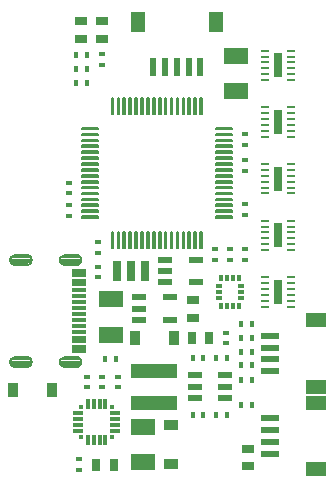
<source format=gtp>
G75*
G70*
%OFA0B0*%
%FSLAX24Y24*%
%IPPOS*%
%LPD*%
%AMOC8*
5,1,8,0,0,1.08239X$1,22.5*
%
%ADD10R,0.0157X0.0236*%
%ADD11R,0.0787X0.0551*%
%ADD12R,0.1575X0.0472*%
%ADD13R,0.0472X0.0217*%
%ADD14R,0.0276X0.0394*%
%ADD15C,0.0055*%
%ADD16R,0.0276X0.0669*%
%ADD17R,0.0236X0.0157*%
%ADD18R,0.0394X0.0276*%
%ADD19R,0.0472X0.0354*%
%ADD20R,0.0610X0.0236*%
%ADD21R,0.0709X0.0472*%
%ADD22R,0.0157X0.0157*%
%ADD23R,0.0354X0.0118*%
%ADD24R,0.0118X0.0354*%
%ADD25R,0.0354X0.0472*%
%ADD26R,0.0315X0.0098*%
%ADD27R,0.0315X0.0787*%
%ADD28R,0.0118X0.0236*%
%ADD29R,0.0236X0.0118*%
%ADD30R,0.0512X0.0118*%
%ADD31C,0.0079*%
%ADD32R,0.0236X0.0610*%
%ADD33R,0.0472X0.0709*%
D10*
X034890Y025185D03*
X035244Y025185D03*
X037803Y025224D03*
X038157Y025224D03*
X038591Y025224D03*
X038945Y025224D03*
X039417Y025421D03*
X039772Y025421D03*
X039772Y024988D03*
X039417Y024988D03*
X039417Y024516D03*
X039772Y024516D03*
X039772Y023650D03*
X039417Y023650D03*
X038945Y023335D03*
X038591Y023335D03*
X038157Y023335D03*
X037803Y023335D03*
X039417Y025894D03*
X039772Y025894D03*
X039772Y026366D03*
X039417Y026366D03*
X034260Y034398D03*
X033906Y034398D03*
X033906Y034870D03*
X034260Y034870D03*
X034260Y035343D03*
X033906Y035343D03*
D11*
X039240Y035303D03*
X039240Y034122D03*
X035067Y027193D03*
X035067Y026012D03*
X036130Y022941D03*
X036130Y021760D03*
D12*
X036524Y023748D03*
X036524Y024811D03*
D13*
X037862Y024654D03*
X037862Y024280D03*
X037862Y023906D03*
X038886Y023906D03*
X038886Y024280D03*
X038886Y024654D03*
X037035Y026504D03*
X036012Y026504D03*
X036012Y026878D03*
X036012Y027252D03*
X036878Y027764D03*
X036878Y028138D03*
X036878Y028512D03*
X037902Y028512D03*
X037902Y027764D03*
X037035Y027252D03*
D14*
X037764Y025894D03*
X038354Y025894D03*
X035165Y021681D03*
X034575Y021681D03*
D15*
X035154Y028907D02*
X035154Y029439D01*
X035154Y028907D02*
X035098Y028907D01*
X035098Y029439D01*
X035154Y029439D01*
X035154Y028961D02*
X035098Y028961D01*
X035098Y029015D02*
X035154Y029015D01*
X035154Y029069D02*
X035098Y029069D01*
X035098Y029123D02*
X035154Y029123D01*
X035154Y029177D02*
X035098Y029177D01*
X035098Y029231D02*
X035154Y029231D01*
X035154Y029285D02*
X035098Y029285D01*
X035098Y029339D02*
X035154Y029339D01*
X035154Y029393D02*
X035098Y029393D01*
X035351Y029439D02*
X035351Y028907D01*
X035295Y028907D01*
X035295Y029439D01*
X035351Y029439D01*
X035351Y028961D02*
X035295Y028961D01*
X035295Y029015D02*
X035351Y029015D01*
X035351Y029069D02*
X035295Y029069D01*
X035295Y029123D02*
X035351Y029123D01*
X035351Y029177D02*
X035295Y029177D01*
X035295Y029231D02*
X035351Y029231D01*
X035351Y029285D02*
X035295Y029285D01*
X035295Y029339D02*
X035351Y029339D01*
X035351Y029393D02*
X035295Y029393D01*
X035548Y029439D02*
X035548Y028907D01*
X035492Y028907D01*
X035492Y029439D01*
X035548Y029439D01*
X035548Y028961D02*
X035492Y028961D01*
X035492Y029015D02*
X035548Y029015D01*
X035548Y029069D02*
X035492Y029069D01*
X035492Y029123D02*
X035548Y029123D01*
X035548Y029177D02*
X035492Y029177D01*
X035492Y029231D02*
X035548Y029231D01*
X035548Y029285D02*
X035492Y029285D01*
X035492Y029339D02*
X035548Y029339D01*
X035548Y029393D02*
X035492Y029393D01*
X035745Y029439D02*
X035745Y028907D01*
X035689Y028907D01*
X035689Y029439D01*
X035745Y029439D01*
X035745Y028961D02*
X035689Y028961D01*
X035689Y029015D02*
X035745Y029015D01*
X035745Y029069D02*
X035689Y029069D01*
X035689Y029123D02*
X035745Y029123D01*
X035745Y029177D02*
X035689Y029177D01*
X035689Y029231D02*
X035745Y029231D01*
X035745Y029285D02*
X035689Y029285D01*
X035689Y029339D02*
X035745Y029339D01*
X035745Y029393D02*
X035689Y029393D01*
X035941Y029439D02*
X035941Y028907D01*
X035885Y028907D01*
X035885Y029439D01*
X035941Y029439D01*
X035941Y028961D02*
X035885Y028961D01*
X035885Y029015D02*
X035941Y029015D01*
X035941Y029069D02*
X035885Y029069D01*
X035885Y029123D02*
X035941Y029123D01*
X035941Y029177D02*
X035885Y029177D01*
X035885Y029231D02*
X035941Y029231D01*
X035941Y029285D02*
X035885Y029285D01*
X035885Y029339D02*
X035941Y029339D01*
X035941Y029393D02*
X035885Y029393D01*
X036138Y029439D02*
X036138Y028907D01*
X036082Y028907D01*
X036082Y029439D01*
X036138Y029439D01*
X036138Y028961D02*
X036082Y028961D01*
X036082Y029015D02*
X036138Y029015D01*
X036138Y029069D02*
X036082Y029069D01*
X036082Y029123D02*
X036138Y029123D01*
X036138Y029177D02*
X036082Y029177D01*
X036082Y029231D02*
X036138Y029231D01*
X036138Y029285D02*
X036082Y029285D01*
X036082Y029339D02*
X036138Y029339D01*
X036138Y029393D02*
X036082Y029393D01*
X036335Y029439D02*
X036335Y028907D01*
X036279Y028907D01*
X036279Y029439D01*
X036335Y029439D01*
X036335Y028961D02*
X036279Y028961D01*
X036279Y029015D02*
X036335Y029015D01*
X036335Y029069D02*
X036279Y029069D01*
X036279Y029123D02*
X036335Y029123D01*
X036335Y029177D02*
X036279Y029177D01*
X036279Y029231D02*
X036335Y029231D01*
X036335Y029285D02*
X036279Y029285D01*
X036279Y029339D02*
X036335Y029339D01*
X036335Y029393D02*
X036279Y029393D01*
X036532Y029439D02*
X036532Y028907D01*
X036476Y028907D01*
X036476Y029439D01*
X036532Y029439D01*
X036532Y028961D02*
X036476Y028961D01*
X036476Y029015D02*
X036532Y029015D01*
X036532Y029069D02*
X036476Y029069D01*
X036476Y029123D02*
X036532Y029123D01*
X036532Y029177D02*
X036476Y029177D01*
X036476Y029231D02*
X036532Y029231D01*
X036532Y029285D02*
X036476Y029285D01*
X036476Y029339D02*
X036532Y029339D01*
X036532Y029393D02*
X036476Y029393D01*
X036729Y029439D02*
X036729Y028907D01*
X036673Y028907D01*
X036673Y029439D01*
X036729Y029439D01*
X036729Y028961D02*
X036673Y028961D01*
X036673Y029015D02*
X036729Y029015D01*
X036729Y029069D02*
X036673Y029069D01*
X036673Y029123D02*
X036729Y029123D01*
X036729Y029177D02*
X036673Y029177D01*
X036673Y029231D02*
X036729Y029231D01*
X036729Y029285D02*
X036673Y029285D01*
X036673Y029339D02*
X036729Y029339D01*
X036729Y029393D02*
X036673Y029393D01*
X036926Y029439D02*
X036926Y028907D01*
X036870Y028907D01*
X036870Y029439D01*
X036926Y029439D01*
X036926Y028961D02*
X036870Y028961D01*
X036870Y029015D02*
X036926Y029015D01*
X036926Y029069D02*
X036870Y029069D01*
X036870Y029123D02*
X036926Y029123D01*
X036926Y029177D02*
X036870Y029177D01*
X036870Y029231D02*
X036926Y029231D01*
X036926Y029285D02*
X036870Y029285D01*
X036870Y029339D02*
X036926Y029339D01*
X036926Y029393D02*
X036870Y029393D01*
X037122Y029439D02*
X037122Y028907D01*
X037066Y028907D01*
X037066Y029439D01*
X037122Y029439D01*
X037122Y028961D02*
X037066Y028961D01*
X037066Y029015D02*
X037122Y029015D01*
X037122Y029069D02*
X037066Y029069D01*
X037066Y029123D02*
X037122Y029123D01*
X037122Y029177D02*
X037066Y029177D01*
X037066Y029231D02*
X037122Y029231D01*
X037122Y029285D02*
X037066Y029285D01*
X037066Y029339D02*
X037122Y029339D01*
X037122Y029393D02*
X037066Y029393D01*
X037319Y029439D02*
X037319Y028907D01*
X037263Y028907D01*
X037263Y029439D01*
X037319Y029439D01*
X037319Y028961D02*
X037263Y028961D01*
X037263Y029015D02*
X037319Y029015D01*
X037319Y029069D02*
X037263Y029069D01*
X037263Y029123D02*
X037319Y029123D01*
X037319Y029177D02*
X037263Y029177D01*
X037263Y029231D02*
X037319Y029231D01*
X037319Y029285D02*
X037263Y029285D01*
X037263Y029339D02*
X037319Y029339D01*
X037319Y029393D02*
X037263Y029393D01*
X037516Y029439D02*
X037516Y028907D01*
X037460Y028907D01*
X037460Y029439D01*
X037516Y029439D01*
X037516Y028961D02*
X037460Y028961D01*
X037460Y029015D02*
X037516Y029015D01*
X037516Y029069D02*
X037460Y029069D01*
X037460Y029123D02*
X037516Y029123D01*
X037516Y029177D02*
X037460Y029177D01*
X037460Y029231D02*
X037516Y029231D01*
X037516Y029285D02*
X037460Y029285D01*
X037460Y029339D02*
X037516Y029339D01*
X037516Y029393D02*
X037460Y029393D01*
X037713Y029439D02*
X037713Y028907D01*
X037657Y028907D01*
X037657Y029439D01*
X037713Y029439D01*
X037713Y028961D02*
X037657Y028961D01*
X037657Y029015D02*
X037713Y029015D01*
X037713Y029069D02*
X037657Y029069D01*
X037657Y029123D02*
X037713Y029123D01*
X037713Y029177D02*
X037657Y029177D01*
X037657Y029231D02*
X037713Y029231D01*
X037713Y029285D02*
X037657Y029285D01*
X037657Y029339D02*
X037713Y029339D01*
X037713Y029393D02*
X037657Y029393D01*
X037910Y029439D02*
X037910Y028907D01*
X037854Y028907D01*
X037854Y029439D01*
X037910Y029439D01*
X037910Y028961D02*
X037854Y028961D01*
X037854Y029015D02*
X037910Y029015D01*
X037910Y029069D02*
X037854Y029069D01*
X037854Y029123D02*
X037910Y029123D01*
X037910Y029177D02*
X037854Y029177D01*
X037854Y029231D02*
X037910Y029231D01*
X037910Y029285D02*
X037854Y029285D01*
X037854Y029339D02*
X037910Y029339D01*
X037910Y029393D02*
X037854Y029393D01*
X038107Y029439D02*
X038107Y028907D01*
X038051Y028907D01*
X038051Y029439D01*
X038107Y029439D01*
X038107Y028961D02*
X038051Y028961D01*
X038051Y029015D02*
X038107Y029015D01*
X038107Y029069D02*
X038051Y029069D01*
X038051Y029123D02*
X038107Y029123D01*
X038107Y029177D02*
X038051Y029177D01*
X038051Y029231D02*
X038107Y029231D01*
X038107Y029285D02*
X038051Y029285D01*
X038051Y029339D02*
X038107Y029339D01*
X038107Y029393D02*
X038051Y029393D01*
X038569Y029957D02*
X039101Y029957D01*
X039101Y029901D01*
X038569Y029901D01*
X038569Y029957D01*
X038569Y029955D02*
X039101Y029955D01*
X039101Y030154D02*
X038569Y030154D01*
X039101Y030154D02*
X039101Y030098D01*
X038569Y030098D01*
X038569Y030154D01*
X038569Y030152D02*
X039101Y030152D01*
X039101Y030351D02*
X038569Y030351D01*
X039101Y030351D02*
X039101Y030295D01*
X038569Y030295D01*
X038569Y030351D01*
X038569Y030349D02*
X039101Y030349D01*
X039101Y030548D02*
X038569Y030548D01*
X039101Y030548D02*
X039101Y030492D01*
X038569Y030492D01*
X038569Y030548D01*
X038569Y030546D02*
X039101Y030546D01*
X039101Y030745D02*
X038569Y030745D01*
X039101Y030745D02*
X039101Y030689D01*
X038569Y030689D01*
X038569Y030745D01*
X038569Y030743D02*
X039101Y030743D01*
X039101Y030941D02*
X038569Y030941D01*
X039101Y030941D02*
X039101Y030885D01*
X038569Y030885D01*
X038569Y030941D01*
X038569Y030939D02*
X039101Y030939D01*
X039101Y031138D02*
X038569Y031138D01*
X039101Y031138D02*
X039101Y031082D01*
X038569Y031082D01*
X038569Y031138D01*
X038569Y031136D02*
X039101Y031136D01*
X039101Y031335D02*
X038569Y031335D01*
X039101Y031335D02*
X039101Y031279D01*
X038569Y031279D01*
X038569Y031335D01*
X038569Y031333D02*
X039101Y031333D01*
X039101Y031532D02*
X038569Y031532D01*
X039101Y031532D02*
X039101Y031476D01*
X038569Y031476D01*
X038569Y031532D01*
X038569Y031530D02*
X039101Y031530D01*
X039101Y031729D02*
X038569Y031729D01*
X039101Y031729D02*
X039101Y031673D01*
X038569Y031673D01*
X038569Y031729D01*
X038569Y031727D02*
X039101Y031727D01*
X039101Y031926D02*
X038569Y031926D01*
X039101Y031926D02*
X039101Y031870D01*
X038569Y031870D01*
X038569Y031926D01*
X038569Y031924D02*
X039101Y031924D01*
X039101Y032122D02*
X038569Y032122D01*
X039101Y032122D02*
X039101Y032066D01*
X038569Y032066D01*
X038569Y032122D01*
X038569Y032120D02*
X039101Y032120D01*
X039101Y032319D02*
X038569Y032319D01*
X039101Y032319D02*
X039101Y032263D01*
X038569Y032263D01*
X038569Y032319D01*
X038569Y032317D02*
X039101Y032317D01*
X039101Y032516D02*
X038569Y032516D01*
X039101Y032516D02*
X039101Y032460D01*
X038569Y032460D01*
X038569Y032516D01*
X038569Y032514D02*
X039101Y032514D01*
X039101Y032713D02*
X038569Y032713D01*
X039101Y032713D02*
X039101Y032657D01*
X038569Y032657D01*
X038569Y032713D01*
X038569Y032711D02*
X039101Y032711D01*
X039101Y032910D02*
X038569Y032910D01*
X039101Y032910D02*
X039101Y032854D01*
X038569Y032854D01*
X038569Y032910D01*
X038569Y032908D02*
X039101Y032908D01*
X038107Y033372D02*
X038107Y033904D01*
X038107Y033372D02*
X038051Y033372D01*
X038051Y033904D01*
X038107Y033904D01*
X038107Y033426D02*
X038051Y033426D01*
X038051Y033480D02*
X038107Y033480D01*
X038107Y033534D02*
X038051Y033534D01*
X038051Y033588D02*
X038107Y033588D01*
X038107Y033642D02*
X038051Y033642D01*
X038051Y033696D02*
X038107Y033696D01*
X038107Y033750D02*
X038051Y033750D01*
X038051Y033804D02*
X038107Y033804D01*
X038107Y033858D02*
X038051Y033858D01*
X037910Y033904D02*
X037910Y033372D01*
X037854Y033372D01*
X037854Y033904D01*
X037910Y033904D01*
X037910Y033426D02*
X037854Y033426D01*
X037854Y033480D02*
X037910Y033480D01*
X037910Y033534D02*
X037854Y033534D01*
X037854Y033588D02*
X037910Y033588D01*
X037910Y033642D02*
X037854Y033642D01*
X037854Y033696D02*
X037910Y033696D01*
X037910Y033750D02*
X037854Y033750D01*
X037854Y033804D02*
X037910Y033804D01*
X037910Y033858D02*
X037854Y033858D01*
X037713Y033904D02*
X037713Y033372D01*
X037657Y033372D01*
X037657Y033904D01*
X037713Y033904D01*
X037713Y033426D02*
X037657Y033426D01*
X037657Y033480D02*
X037713Y033480D01*
X037713Y033534D02*
X037657Y033534D01*
X037657Y033588D02*
X037713Y033588D01*
X037713Y033642D02*
X037657Y033642D01*
X037657Y033696D02*
X037713Y033696D01*
X037713Y033750D02*
X037657Y033750D01*
X037657Y033804D02*
X037713Y033804D01*
X037713Y033858D02*
X037657Y033858D01*
X037516Y033904D02*
X037516Y033372D01*
X037460Y033372D01*
X037460Y033904D01*
X037516Y033904D01*
X037516Y033426D02*
X037460Y033426D01*
X037460Y033480D02*
X037516Y033480D01*
X037516Y033534D02*
X037460Y033534D01*
X037460Y033588D02*
X037516Y033588D01*
X037516Y033642D02*
X037460Y033642D01*
X037460Y033696D02*
X037516Y033696D01*
X037516Y033750D02*
X037460Y033750D01*
X037460Y033804D02*
X037516Y033804D01*
X037516Y033858D02*
X037460Y033858D01*
X037319Y033904D02*
X037319Y033372D01*
X037263Y033372D01*
X037263Y033904D01*
X037319Y033904D01*
X037319Y033426D02*
X037263Y033426D01*
X037263Y033480D02*
X037319Y033480D01*
X037319Y033534D02*
X037263Y033534D01*
X037263Y033588D02*
X037319Y033588D01*
X037319Y033642D02*
X037263Y033642D01*
X037263Y033696D02*
X037319Y033696D01*
X037319Y033750D02*
X037263Y033750D01*
X037263Y033804D02*
X037319Y033804D01*
X037319Y033858D02*
X037263Y033858D01*
X037122Y033904D02*
X037122Y033372D01*
X037066Y033372D01*
X037066Y033904D01*
X037122Y033904D01*
X037122Y033426D02*
X037066Y033426D01*
X037066Y033480D02*
X037122Y033480D01*
X037122Y033534D02*
X037066Y033534D01*
X037066Y033588D02*
X037122Y033588D01*
X037122Y033642D02*
X037066Y033642D01*
X037066Y033696D02*
X037122Y033696D01*
X037122Y033750D02*
X037066Y033750D01*
X037066Y033804D02*
X037122Y033804D01*
X037122Y033858D02*
X037066Y033858D01*
X036926Y033904D02*
X036926Y033372D01*
X036870Y033372D01*
X036870Y033904D01*
X036926Y033904D01*
X036926Y033426D02*
X036870Y033426D01*
X036870Y033480D02*
X036926Y033480D01*
X036926Y033534D02*
X036870Y033534D01*
X036870Y033588D02*
X036926Y033588D01*
X036926Y033642D02*
X036870Y033642D01*
X036870Y033696D02*
X036926Y033696D01*
X036926Y033750D02*
X036870Y033750D01*
X036870Y033804D02*
X036926Y033804D01*
X036926Y033858D02*
X036870Y033858D01*
X036729Y033904D02*
X036729Y033372D01*
X036673Y033372D01*
X036673Y033904D01*
X036729Y033904D01*
X036729Y033426D02*
X036673Y033426D01*
X036673Y033480D02*
X036729Y033480D01*
X036729Y033534D02*
X036673Y033534D01*
X036673Y033588D02*
X036729Y033588D01*
X036729Y033642D02*
X036673Y033642D01*
X036673Y033696D02*
X036729Y033696D01*
X036729Y033750D02*
X036673Y033750D01*
X036673Y033804D02*
X036729Y033804D01*
X036729Y033858D02*
X036673Y033858D01*
X036532Y033904D02*
X036532Y033372D01*
X036476Y033372D01*
X036476Y033904D01*
X036532Y033904D01*
X036532Y033426D02*
X036476Y033426D01*
X036476Y033480D02*
X036532Y033480D01*
X036532Y033534D02*
X036476Y033534D01*
X036476Y033588D02*
X036532Y033588D01*
X036532Y033642D02*
X036476Y033642D01*
X036476Y033696D02*
X036532Y033696D01*
X036532Y033750D02*
X036476Y033750D01*
X036476Y033804D02*
X036532Y033804D01*
X036532Y033858D02*
X036476Y033858D01*
X036335Y033904D02*
X036335Y033372D01*
X036279Y033372D01*
X036279Y033904D01*
X036335Y033904D01*
X036335Y033426D02*
X036279Y033426D01*
X036279Y033480D02*
X036335Y033480D01*
X036335Y033534D02*
X036279Y033534D01*
X036279Y033588D02*
X036335Y033588D01*
X036335Y033642D02*
X036279Y033642D01*
X036279Y033696D02*
X036335Y033696D01*
X036335Y033750D02*
X036279Y033750D01*
X036279Y033804D02*
X036335Y033804D01*
X036335Y033858D02*
X036279Y033858D01*
X036138Y033904D02*
X036138Y033372D01*
X036082Y033372D01*
X036082Y033904D01*
X036138Y033904D01*
X036138Y033426D02*
X036082Y033426D01*
X036082Y033480D02*
X036138Y033480D01*
X036138Y033534D02*
X036082Y033534D01*
X036082Y033588D02*
X036138Y033588D01*
X036138Y033642D02*
X036082Y033642D01*
X036082Y033696D02*
X036138Y033696D01*
X036138Y033750D02*
X036082Y033750D01*
X036082Y033804D02*
X036138Y033804D01*
X036138Y033858D02*
X036082Y033858D01*
X035941Y033904D02*
X035941Y033372D01*
X035885Y033372D01*
X035885Y033904D01*
X035941Y033904D01*
X035941Y033426D02*
X035885Y033426D01*
X035885Y033480D02*
X035941Y033480D01*
X035941Y033534D02*
X035885Y033534D01*
X035885Y033588D02*
X035941Y033588D01*
X035941Y033642D02*
X035885Y033642D01*
X035885Y033696D02*
X035941Y033696D01*
X035941Y033750D02*
X035885Y033750D01*
X035885Y033804D02*
X035941Y033804D01*
X035941Y033858D02*
X035885Y033858D01*
X035745Y033904D02*
X035745Y033372D01*
X035689Y033372D01*
X035689Y033904D01*
X035745Y033904D01*
X035745Y033426D02*
X035689Y033426D01*
X035689Y033480D02*
X035745Y033480D01*
X035745Y033534D02*
X035689Y033534D01*
X035689Y033588D02*
X035745Y033588D01*
X035745Y033642D02*
X035689Y033642D01*
X035689Y033696D02*
X035745Y033696D01*
X035745Y033750D02*
X035689Y033750D01*
X035689Y033804D02*
X035745Y033804D01*
X035745Y033858D02*
X035689Y033858D01*
X035548Y033904D02*
X035548Y033372D01*
X035492Y033372D01*
X035492Y033904D01*
X035548Y033904D01*
X035548Y033426D02*
X035492Y033426D01*
X035492Y033480D02*
X035548Y033480D01*
X035548Y033534D02*
X035492Y033534D01*
X035492Y033588D02*
X035548Y033588D01*
X035548Y033642D02*
X035492Y033642D01*
X035492Y033696D02*
X035548Y033696D01*
X035548Y033750D02*
X035492Y033750D01*
X035492Y033804D02*
X035548Y033804D01*
X035548Y033858D02*
X035492Y033858D01*
X035351Y033904D02*
X035351Y033372D01*
X035295Y033372D01*
X035295Y033904D01*
X035351Y033904D01*
X035351Y033426D02*
X035295Y033426D01*
X035295Y033480D02*
X035351Y033480D01*
X035351Y033534D02*
X035295Y033534D01*
X035295Y033588D02*
X035351Y033588D01*
X035351Y033642D02*
X035295Y033642D01*
X035295Y033696D02*
X035351Y033696D01*
X035351Y033750D02*
X035295Y033750D01*
X035295Y033804D02*
X035351Y033804D01*
X035351Y033858D02*
X035295Y033858D01*
X035154Y033904D02*
X035154Y033372D01*
X035098Y033372D01*
X035098Y033904D01*
X035154Y033904D01*
X035154Y033426D02*
X035098Y033426D01*
X035098Y033480D02*
X035154Y033480D01*
X035154Y033534D02*
X035098Y033534D01*
X035098Y033588D02*
X035154Y033588D01*
X035154Y033642D02*
X035098Y033642D01*
X035098Y033696D02*
X035154Y033696D01*
X035154Y033750D02*
X035098Y033750D01*
X035098Y033804D02*
X035154Y033804D01*
X035154Y033858D02*
X035098Y033858D01*
X034636Y032910D02*
X034104Y032910D01*
X034636Y032910D02*
X034636Y032854D01*
X034104Y032854D01*
X034104Y032910D01*
X034104Y032908D02*
X034636Y032908D01*
X034636Y032713D02*
X034104Y032713D01*
X034636Y032713D02*
X034636Y032657D01*
X034104Y032657D01*
X034104Y032713D01*
X034104Y032711D02*
X034636Y032711D01*
X034636Y032516D02*
X034104Y032516D01*
X034636Y032516D02*
X034636Y032460D01*
X034104Y032460D01*
X034104Y032516D01*
X034104Y032514D02*
X034636Y032514D01*
X034636Y032319D02*
X034104Y032319D01*
X034636Y032319D02*
X034636Y032263D01*
X034104Y032263D01*
X034104Y032319D01*
X034104Y032317D02*
X034636Y032317D01*
X034636Y032122D02*
X034104Y032122D01*
X034636Y032122D02*
X034636Y032066D01*
X034104Y032066D01*
X034104Y032122D01*
X034104Y032120D02*
X034636Y032120D01*
X034636Y031926D02*
X034104Y031926D01*
X034636Y031926D02*
X034636Y031870D01*
X034104Y031870D01*
X034104Y031926D01*
X034104Y031924D02*
X034636Y031924D01*
X034636Y031729D02*
X034104Y031729D01*
X034636Y031729D02*
X034636Y031673D01*
X034104Y031673D01*
X034104Y031729D01*
X034104Y031727D02*
X034636Y031727D01*
X034636Y031532D02*
X034104Y031532D01*
X034636Y031532D02*
X034636Y031476D01*
X034104Y031476D01*
X034104Y031532D01*
X034104Y031530D02*
X034636Y031530D01*
X034636Y031335D02*
X034104Y031335D01*
X034636Y031335D02*
X034636Y031279D01*
X034104Y031279D01*
X034104Y031335D01*
X034104Y031333D02*
X034636Y031333D01*
X034636Y031138D02*
X034104Y031138D01*
X034636Y031138D02*
X034636Y031082D01*
X034104Y031082D01*
X034104Y031138D01*
X034104Y031136D02*
X034636Y031136D01*
X034636Y030941D02*
X034104Y030941D01*
X034636Y030941D02*
X034636Y030885D01*
X034104Y030885D01*
X034104Y030941D01*
X034104Y030939D02*
X034636Y030939D01*
X034636Y030745D02*
X034104Y030745D01*
X034636Y030745D02*
X034636Y030689D01*
X034104Y030689D01*
X034104Y030745D01*
X034104Y030743D02*
X034636Y030743D01*
X034636Y030548D02*
X034104Y030548D01*
X034636Y030548D02*
X034636Y030492D01*
X034104Y030492D01*
X034104Y030548D01*
X034104Y030546D02*
X034636Y030546D01*
X034636Y030351D02*
X034104Y030351D01*
X034636Y030351D02*
X034636Y030295D01*
X034104Y030295D01*
X034104Y030351D01*
X034104Y030349D02*
X034636Y030349D01*
X034636Y030154D02*
X034104Y030154D01*
X034636Y030154D02*
X034636Y030098D01*
X034104Y030098D01*
X034104Y030154D01*
X034104Y030152D02*
X034636Y030152D01*
X034636Y029957D02*
X034104Y029957D01*
X034636Y029957D02*
X034636Y029901D01*
X034104Y029901D01*
X034104Y029957D01*
X034104Y029955D02*
X034636Y029955D01*
D16*
X035264Y028138D03*
X035736Y028138D03*
X036209Y028138D03*
D17*
X034634Y028276D03*
X034634Y027921D03*
X034634Y028748D03*
X034634Y029102D03*
X033689Y029969D03*
X033689Y030323D03*
X033689Y030717D03*
X033689Y031071D03*
X038531Y028866D03*
X038531Y028512D03*
X039043Y028512D03*
X039043Y028866D03*
X039555Y028866D03*
X039555Y028512D03*
X039555Y030008D03*
X039555Y030362D03*
X039555Y031465D03*
X039555Y031819D03*
X039555Y032331D03*
X039555Y032685D03*
X034791Y035008D03*
X034791Y035362D03*
X038925Y026071D03*
X038925Y025717D03*
X035303Y024614D03*
X035303Y024260D03*
X034791Y024260D03*
X034791Y024614D03*
X034280Y024614D03*
X034280Y024260D03*
X034004Y021858D03*
X034004Y021504D03*
D18*
X039634Y021622D03*
X039634Y022213D03*
X037823Y026583D03*
X037823Y027173D03*
X034791Y035874D03*
X034791Y036465D03*
X034083Y036465D03*
X034083Y035874D03*
D19*
X037075Y023000D03*
X037075Y021701D03*
D20*
X040392Y022035D03*
X040392Y022429D03*
X040392Y022823D03*
X040392Y023217D03*
X040392Y024791D03*
X040392Y025185D03*
X040392Y025579D03*
X040392Y025972D03*
D21*
X041917Y026484D03*
X041917Y024280D03*
X041917Y023728D03*
X041917Y021524D03*
D22*
X035106Y022587D03*
X034083Y022587D03*
X034083Y023610D03*
X035106Y023610D03*
D23*
X035205Y023394D03*
X035205Y023197D03*
X035205Y023000D03*
X035205Y022803D03*
X033984Y022803D03*
X033984Y023000D03*
X033984Y023197D03*
X033984Y023394D03*
D24*
X034299Y023709D03*
X034496Y023709D03*
X034693Y023709D03*
X034890Y023709D03*
X034890Y022488D03*
X034693Y022488D03*
X034496Y022488D03*
X034299Y022488D03*
D25*
X031819Y024161D03*
X033118Y024161D03*
X035874Y025894D03*
X037173Y025894D03*
D26*
X040224Y026937D03*
X040224Y027134D03*
X040224Y027331D03*
X040224Y027528D03*
X040224Y027724D03*
X040224Y027921D03*
X041091Y027921D03*
X041091Y027724D03*
X041091Y027528D03*
X041091Y027331D03*
X041091Y027134D03*
X041091Y026937D03*
X041091Y028827D03*
X041091Y029024D03*
X041091Y029220D03*
X041091Y029417D03*
X041091Y029614D03*
X041091Y029811D03*
X041091Y030717D03*
X041091Y030913D03*
X041091Y031110D03*
X041091Y031307D03*
X041091Y031504D03*
X041091Y031701D03*
X040224Y031701D03*
X040224Y031504D03*
X040224Y031307D03*
X040224Y031110D03*
X040224Y030913D03*
X040224Y030717D03*
X040224Y029811D03*
X040224Y029614D03*
X040224Y029417D03*
X040224Y029220D03*
X040224Y029024D03*
X040224Y028827D03*
X040224Y032606D03*
X040224Y032803D03*
X040224Y033000D03*
X040224Y033197D03*
X040224Y033394D03*
X040224Y033591D03*
X040224Y034496D03*
X040224Y034693D03*
X040224Y034890D03*
X040224Y035087D03*
X040224Y035283D03*
X040224Y035480D03*
X041091Y035480D03*
X041091Y035283D03*
X041091Y035087D03*
X041091Y034890D03*
X041091Y034693D03*
X041091Y034496D03*
X041091Y033591D03*
X041091Y033394D03*
X041091Y033197D03*
X041091Y033000D03*
X041091Y032803D03*
X041091Y032606D03*
D27*
X040657Y033098D03*
X040657Y034988D03*
X040657Y031209D03*
X040657Y029319D03*
X040657Y027429D03*
D28*
X039339Y026957D03*
X039142Y026957D03*
X038945Y026957D03*
X038748Y026957D03*
X038748Y027902D03*
X038945Y027902D03*
X039142Y027902D03*
X039339Y027902D03*
D29*
X039417Y027626D03*
X039417Y027429D03*
X039417Y027232D03*
X038669Y027232D03*
X038669Y027429D03*
X038669Y027626D03*
D30*
X034024Y027685D03*
X034024Y027803D03*
X034024Y028000D03*
X034024Y028118D03*
X034024Y027488D03*
X034024Y027291D03*
X034024Y027094D03*
X034024Y026898D03*
X034024Y026701D03*
X034024Y026504D03*
X034024Y026307D03*
X034024Y026110D03*
X034024Y025913D03*
X034024Y025795D03*
X034024Y025598D03*
X034024Y025480D03*
D31*
X033960Y025250D02*
X033994Y025238D01*
X034023Y025220D01*
X034048Y025195D01*
X034067Y025165D01*
X034079Y025131D01*
X034083Y025096D01*
X034079Y025061D01*
X034067Y025028D01*
X034048Y024998D01*
X034023Y024973D01*
X033994Y024955D01*
X033960Y024943D01*
X033925Y024939D01*
X033531Y024939D01*
X033496Y024943D01*
X033463Y024955D01*
X033433Y024973D01*
X033408Y024998D01*
X033390Y025028D01*
X033378Y025061D01*
X033374Y025096D01*
X033378Y025131D01*
X033390Y025165D01*
X033408Y025195D01*
X033433Y025220D01*
X033463Y025238D01*
X033496Y025250D01*
X033531Y025254D01*
X033925Y025254D01*
X033960Y025250D01*
X034054Y025186D02*
X033403Y025186D01*
X033375Y025109D02*
X034081Y025109D01*
X034068Y025031D02*
X033388Y025031D01*
X033465Y024954D02*
X033992Y024954D01*
X032429Y025096D02*
X032425Y025061D01*
X032414Y025028D01*
X032395Y024998D01*
X032370Y024973D01*
X032340Y024955D01*
X032307Y024943D01*
X032272Y024939D01*
X031878Y024939D01*
X031843Y024943D01*
X031810Y024955D01*
X031780Y024973D01*
X031755Y024998D01*
X031736Y025028D01*
X031724Y025061D01*
X031720Y025096D01*
X031724Y025131D01*
X031736Y025165D01*
X031755Y025195D01*
X031780Y025220D01*
X031810Y025238D01*
X031843Y025250D01*
X031878Y025254D01*
X032272Y025254D01*
X032307Y025250D01*
X032340Y025238D01*
X032370Y025220D01*
X032395Y025195D01*
X032414Y025165D01*
X032425Y025131D01*
X032429Y025096D01*
X032428Y025109D02*
X031722Y025109D01*
X031735Y025031D02*
X032415Y025031D01*
X032339Y024954D02*
X031811Y024954D01*
X031749Y025186D02*
X032400Y025186D01*
X032272Y028344D02*
X031878Y028344D01*
X031843Y028348D01*
X031810Y028360D01*
X031780Y028379D01*
X031755Y028404D01*
X031736Y028434D01*
X031724Y028467D01*
X031720Y028502D01*
X031724Y028537D01*
X031736Y028570D01*
X031755Y028600D01*
X031780Y028625D01*
X031810Y028644D01*
X031843Y028656D01*
X031878Y028659D01*
X032272Y028659D01*
X032307Y028656D01*
X032340Y028644D01*
X032370Y028625D01*
X032395Y028600D01*
X032414Y028570D01*
X032425Y028537D01*
X032429Y028502D01*
X032425Y028467D01*
X032414Y028434D01*
X032395Y028404D01*
X032370Y028379D01*
X032340Y028360D01*
X032307Y028348D01*
X032272Y028344D01*
X032319Y028353D02*
X031831Y028353D01*
X031738Y028430D02*
X032411Y028430D01*
X032429Y028507D02*
X031721Y028507D01*
X031745Y028584D02*
X032405Y028584D01*
X033374Y028502D02*
X033378Y028537D01*
X033390Y028570D01*
X033408Y028600D01*
X033433Y028625D01*
X033463Y028644D01*
X033496Y028656D01*
X033531Y028659D01*
X033925Y028659D01*
X033960Y028656D01*
X033994Y028644D01*
X034023Y028625D01*
X034048Y028600D01*
X034067Y028570D01*
X034079Y028537D01*
X034083Y028502D01*
X034079Y028467D01*
X034067Y028434D01*
X034048Y028404D01*
X034023Y028379D01*
X033994Y028360D01*
X033960Y028348D01*
X033925Y028344D01*
X033531Y028344D01*
X033496Y028348D01*
X033463Y028360D01*
X033433Y028379D01*
X033408Y028404D01*
X033390Y028434D01*
X033378Y028467D01*
X033374Y028502D01*
X033375Y028507D02*
X034082Y028507D01*
X034065Y028430D02*
X033392Y028430D01*
X033484Y028353D02*
X033972Y028353D01*
X034058Y028584D02*
X033398Y028584D01*
D32*
X036484Y034919D03*
X036878Y034919D03*
X037272Y034919D03*
X037665Y034919D03*
X038059Y034919D03*
D33*
X038571Y036445D03*
X035972Y036445D03*
M02*

</source>
